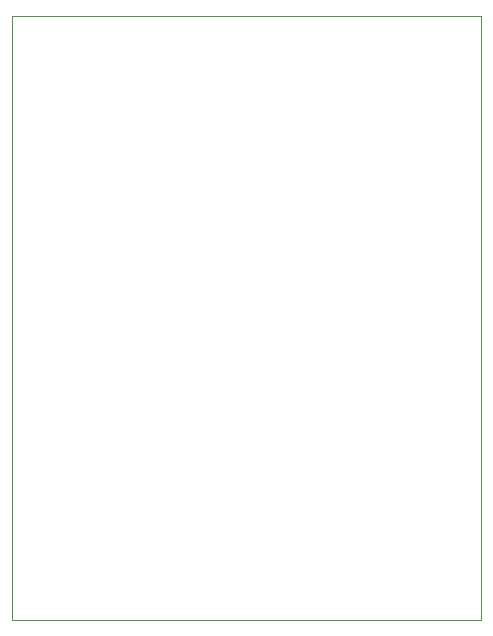
<source format=gbr>
%TF.GenerationSoftware,KiCad,Pcbnew,7.0.2*%
%TF.CreationDate,2023-04-22T16:52:06-03:00*%
%TF.ProjectId,PowerAndCommModule,506f7765-7241-46e6-9443-6f6d6d4d6f64,rev?*%
%TF.SameCoordinates,Original*%
%TF.FileFunction,Profile,NP*%
%FSLAX46Y46*%
G04 Gerber Fmt 4.6, Leading zero omitted, Abs format (unit mm)*
G04 Created by KiCad (PCBNEW 7.0.2) date 2023-04-22 16:52:06*
%MOMM*%
%LPD*%
G01*
G04 APERTURE LIST*
%TA.AperFunction,Profile*%
%ADD10C,0.100000*%
%TD*%
G04 APERTURE END LIST*
D10*
X26252500Y-28900000D02*
X65927500Y-28900000D01*
X65927500Y-80100000D01*
X26252500Y-80100000D01*
X26252500Y-28900000D01*
M02*

</source>
